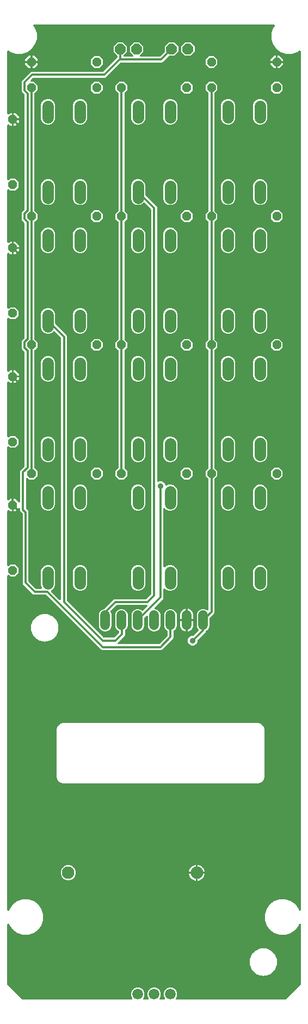
<source format=gbl>
G04 EAGLE Gerber RS-274X export*
G75*
%MOMM*%
%FSLAX34Y34*%
%LPD*%
%INBottom Copper*%
%IPPOS*%
%AMOC8*
5,1,8,0,0,1.08239X$1,22.5*%
G01*
G04 Define Apertures*
%ADD10P,1.54782X8X22.5*%
%ADD11P,1.54782X8X292.5*%
%ADD12C,1.790700*%
%ADD13C,1.950000*%
%ADD14C,1.524000*%
%ADD15P,1.54782X8X202.5*%
%ADD16C,1.676400*%
%ADD17P,1.81452X8X22.5*%
%ADD18C,0.304800*%
%ADD19C,0.914400*%
G36*
X205170Y11805D02*
X205670Y12148D01*
X205997Y12659D01*
X206098Y13257D01*
X205959Y13847D01*
X205824Y14040D01*
X204186Y17995D01*
X204186Y22137D01*
X205771Y25965D01*
X208701Y28895D01*
X212529Y30480D01*
X216671Y30480D01*
X220499Y28895D01*
X223429Y25965D01*
X225014Y22137D01*
X225014Y17995D01*
X223362Y14005D01*
X223212Y13780D01*
X223101Y13184D01*
X223231Y12591D01*
X223582Y12097D01*
X224098Y11778D01*
X224625Y11684D01*
X229975Y11684D01*
X230570Y11805D01*
X231070Y12148D01*
X231397Y12659D01*
X231498Y13257D01*
X231359Y13847D01*
X231224Y14040D01*
X229586Y17995D01*
X229586Y22137D01*
X231171Y25965D01*
X234101Y28895D01*
X237929Y30480D01*
X242071Y30480D01*
X245899Y28895D01*
X248829Y25965D01*
X250414Y22137D01*
X250414Y17995D01*
X248762Y14005D01*
X248612Y13780D01*
X248501Y13184D01*
X248631Y12591D01*
X248982Y12097D01*
X249498Y11778D01*
X250025Y11684D01*
X255375Y11684D01*
X255970Y11805D01*
X256470Y12148D01*
X256797Y12659D01*
X256898Y13257D01*
X256759Y13847D01*
X256624Y14040D01*
X254986Y17995D01*
X254986Y22137D01*
X256571Y25965D01*
X259501Y28895D01*
X263329Y30480D01*
X267471Y30480D01*
X271299Y28895D01*
X274229Y25965D01*
X275814Y22137D01*
X275814Y17995D01*
X274162Y14005D01*
X274012Y13780D01*
X273901Y13184D01*
X274031Y12591D01*
X274382Y12097D01*
X274898Y11778D01*
X275425Y11684D01*
X444529Y11684D01*
X445124Y11805D01*
X445607Y12130D01*
X467870Y34393D01*
X468205Y34899D01*
X468316Y35471D01*
X468316Y128534D01*
X468195Y129128D01*
X467852Y129628D01*
X467341Y129955D01*
X466743Y130057D01*
X466153Y129917D01*
X465664Y129559D01*
X465343Y129005D01*
X464808Y127360D01*
X459688Y120312D01*
X452640Y115192D01*
X444356Y112500D01*
X435644Y112500D01*
X427360Y115192D01*
X420312Y120312D01*
X415192Y127360D01*
X412500Y135644D01*
X412500Y144356D01*
X415192Y152640D01*
X420312Y159688D01*
X427360Y164808D01*
X435644Y167500D01*
X444356Y167500D01*
X452640Y164808D01*
X459688Y159688D01*
X464808Y152640D01*
X465343Y150995D01*
X465641Y150467D01*
X466122Y150098D01*
X466709Y149945D01*
X467309Y150033D01*
X467827Y150348D01*
X468181Y150840D01*
X468316Y151466D01*
X468316Y1486324D01*
X468195Y1486919D01*
X467852Y1487419D01*
X467341Y1487746D01*
X466743Y1487848D01*
X465896Y1487557D01*
X462640Y1485192D01*
X454356Y1482500D01*
X445644Y1482500D01*
X437360Y1485192D01*
X430312Y1490312D01*
X425192Y1497360D01*
X422500Y1505644D01*
X422500Y1514356D01*
X425192Y1522640D01*
X427557Y1525896D01*
X427809Y1526448D01*
X427826Y1527054D01*
X427605Y1527619D01*
X427181Y1528053D01*
X426324Y1528316D01*
X53676Y1528316D01*
X53081Y1528195D01*
X52581Y1527852D01*
X52254Y1527341D01*
X52152Y1526743D01*
X52443Y1525896D01*
X54808Y1522640D01*
X57500Y1514356D01*
X57500Y1505644D01*
X54808Y1497360D01*
X49688Y1490312D01*
X42640Y1485192D01*
X34356Y1482500D01*
X25644Y1482500D01*
X17360Y1485192D01*
X14104Y1487557D01*
X13552Y1487809D01*
X12946Y1487826D01*
X12381Y1487605D01*
X11947Y1487181D01*
X11684Y1486324D01*
X11684Y1389867D01*
X11805Y1389273D01*
X12148Y1388772D01*
X12659Y1388445D01*
X13257Y1388344D01*
X13847Y1388483D01*
X14286Y1388789D01*
X15986Y1390490D01*
X18476Y1390490D01*
X18476Y1371110D01*
X15986Y1371110D01*
X14286Y1372811D01*
X13780Y1373146D01*
X13184Y1373257D01*
X12591Y1373127D01*
X12097Y1372776D01*
X11778Y1372260D01*
X11684Y1371733D01*
X11684Y1287549D01*
X11805Y1286954D01*
X12148Y1286454D01*
X12659Y1286127D01*
X13257Y1286025D01*
X13847Y1286165D01*
X14286Y1286471D01*
X16197Y1288382D01*
X23803Y1288382D01*
X29182Y1283003D01*
X29182Y1275397D01*
X23803Y1270018D01*
X16197Y1270018D01*
X14286Y1271929D01*
X13780Y1272264D01*
X13184Y1272375D01*
X12591Y1272245D01*
X12097Y1271894D01*
X11778Y1271378D01*
X11684Y1270851D01*
X11684Y1189867D01*
X11805Y1189273D01*
X12148Y1188772D01*
X12659Y1188445D01*
X13257Y1188344D01*
X13847Y1188483D01*
X14286Y1188789D01*
X15986Y1190490D01*
X18476Y1190490D01*
X18476Y1171110D01*
X15986Y1171110D01*
X14286Y1172811D01*
X13780Y1173146D01*
X13184Y1173257D01*
X12591Y1173127D01*
X12097Y1172776D01*
X11778Y1172260D01*
X11684Y1171733D01*
X11684Y1087549D01*
X11805Y1086954D01*
X12148Y1086454D01*
X12659Y1086127D01*
X13257Y1086025D01*
X13847Y1086165D01*
X14286Y1086471D01*
X16197Y1088382D01*
X23803Y1088382D01*
X29182Y1083003D01*
X29182Y1075397D01*
X23803Y1070018D01*
X16197Y1070018D01*
X14286Y1071929D01*
X13780Y1072264D01*
X13184Y1072375D01*
X12591Y1072245D01*
X12097Y1071894D01*
X11778Y1071378D01*
X11684Y1070851D01*
X11684Y989867D01*
X11805Y989273D01*
X12148Y988772D01*
X12659Y988445D01*
X13257Y988344D01*
X13847Y988483D01*
X14286Y988789D01*
X15986Y990490D01*
X18476Y990490D01*
X18476Y971110D01*
X15986Y971110D01*
X14286Y972811D01*
X13780Y973146D01*
X13184Y973257D01*
X12591Y973127D01*
X12097Y972776D01*
X11778Y972260D01*
X11684Y971733D01*
X11684Y887549D01*
X11805Y886954D01*
X12148Y886454D01*
X12659Y886127D01*
X13257Y886025D01*
X13847Y886165D01*
X14286Y886471D01*
X16197Y888382D01*
X23803Y888382D01*
X29182Y883003D01*
X29182Y875397D01*
X23803Y870018D01*
X16197Y870018D01*
X14286Y871929D01*
X13780Y872264D01*
X13184Y872375D01*
X12591Y872245D01*
X12097Y871894D01*
X11778Y871378D01*
X11684Y870851D01*
X11684Y789867D01*
X11805Y789273D01*
X12148Y788772D01*
X12659Y788445D01*
X13257Y788344D01*
X13847Y788483D01*
X14286Y788789D01*
X15986Y790490D01*
X18476Y790490D01*
X18476Y771110D01*
X15986Y771110D01*
X14286Y772811D01*
X13780Y773146D01*
X13184Y773257D01*
X12591Y773127D01*
X12097Y772776D01*
X11778Y772260D01*
X11684Y771733D01*
X11684Y687549D01*
X11805Y686954D01*
X12148Y686454D01*
X12659Y686127D01*
X13257Y686025D01*
X13847Y686165D01*
X14286Y686471D01*
X16197Y688382D01*
X23803Y688382D01*
X29182Y683003D01*
X29182Y675397D01*
X23803Y670018D01*
X16197Y670018D01*
X14286Y671929D01*
X13780Y672264D01*
X13184Y672375D01*
X12591Y672245D01*
X12097Y671894D01*
X11778Y671378D01*
X11684Y670851D01*
X11684Y151466D01*
X11805Y150872D01*
X12148Y150372D01*
X12659Y150045D01*
X13257Y149943D01*
X13847Y150083D01*
X14336Y150442D01*
X14657Y150995D01*
X15192Y152640D01*
X20312Y159688D01*
X27360Y164808D01*
X35644Y167500D01*
X44356Y167500D01*
X52640Y164808D01*
X59688Y159688D01*
X64808Y152640D01*
X67500Y144356D01*
X67500Y135644D01*
X64808Y127360D01*
X59688Y120312D01*
X52640Y115192D01*
X44356Y112500D01*
X35644Y112500D01*
X27360Y115192D01*
X20312Y120312D01*
X15192Y127360D01*
X14657Y129005D01*
X14359Y129533D01*
X13878Y129902D01*
X13291Y130055D01*
X12691Y129967D01*
X12173Y129652D01*
X11819Y129160D01*
X11684Y128534D01*
X11684Y35471D01*
X11805Y34877D01*
X12130Y34393D01*
X34393Y12130D01*
X34899Y11795D01*
X35471Y11684D01*
X204575Y11684D01*
X205170Y11805D01*
G37*
%LPC*%
G36*
X159091Y555428D02*
X157410Y556124D01*
X72500Y641035D01*
X71994Y641370D01*
X71422Y641481D01*
X53134Y641481D01*
X51453Y642177D01*
X36220Y657410D01*
X35524Y659091D01*
X35524Y766800D01*
X35403Y767394D01*
X35078Y767878D01*
X32124Y770831D01*
X31428Y772512D01*
X31428Y774845D01*
X31307Y775439D01*
X30964Y775940D01*
X30453Y776267D01*
X29855Y776368D01*
X29265Y776229D01*
X28826Y775923D01*
X24014Y771110D01*
X21524Y771110D01*
X21524Y790490D01*
X24014Y790490D01*
X28826Y785677D01*
X29332Y785342D01*
X29928Y785231D01*
X30521Y785361D01*
X31015Y785712D01*
X31334Y786228D01*
X31428Y786755D01*
X31428Y832850D01*
X32124Y834530D01*
X38086Y840492D01*
X38421Y840998D01*
X38532Y841570D01*
X38532Y1018430D01*
X38411Y1019025D01*
X38086Y1019508D01*
X34618Y1022976D01*
X33922Y1024656D01*
X33922Y1035344D01*
X34618Y1037024D01*
X38086Y1040492D01*
X38421Y1040998D01*
X38532Y1041570D01*
X38532Y1218430D01*
X38411Y1219025D01*
X38086Y1219508D01*
X34618Y1222976D01*
X33922Y1224656D01*
X33922Y1235344D01*
X34618Y1237024D01*
X38086Y1240492D01*
X38421Y1240998D01*
X38532Y1241570D01*
X38532Y1418430D01*
X38411Y1419025D01*
X38086Y1419508D01*
X34618Y1422976D01*
X33922Y1424656D01*
X33922Y1439403D01*
X34618Y1441084D01*
X47410Y1453876D01*
X49091Y1454572D01*
X160175Y1454572D01*
X160769Y1454693D01*
X161253Y1455018D01*
X182282Y1476047D01*
X182617Y1476553D01*
X182728Y1477125D01*
X182728Y1479213D01*
X182607Y1479808D01*
X182282Y1480291D01*
X176886Y1485686D01*
X176886Y1494314D01*
X182986Y1500414D01*
X191614Y1500414D01*
X197714Y1494314D01*
X197714Y1485686D01*
X192851Y1480824D01*
X192516Y1480318D01*
X192405Y1479722D01*
X192535Y1479129D01*
X192886Y1478635D01*
X193402Y1478316D01*
X193929Y1478222D01*
X206071Y1478222D01*
X206666Y1478343D01*
X207166Y1478686D01*
X207493Y1479197D01*
X207594Y1479795D01*
X207455Y1480385D01*
X207149Y1480824D01*
X202286Y1485686D01*
X202286Y1494314D01*
X208386Y1500414D01*
X217014Y1500414D01*
X223114Y1494314D01*
X223114Y1485686D01*
X218251Y1480824D01*
X217916Y1480318D01*
X217805Y1479722D01*
X217935Y1479129D01*
X218286Y1478635D01*
X218802Y1478316D01*
X219329Y1478222D01*
X248425Y1478222D01*
X249019Y1478343D01*
X249503Y1478668D01*
X256440Y1485605D01*
X256775Y1486111D01*
X256886Y1486683D01*
X256886Y1494314D01*
X262986Y1500414D01*
X271614Y1500414D01*
X277714Y1494314D01*
X277714Y1485686D01*
X271614Y1479586D01*
X263983Y1479586D01*
X263389Y1479465D01*
X262905Y1479140D01*
X253540Y1469774D01*
X251859Y1469078D01*
X188875Y1469078D01*
X188281Y1468957D01*
X187797Y1468632D01*
X165290Y1446124D01*
X163609Y1445428D01*
X52525Y1445428D01*
X51931Y1445307D01*
X51447Y1444982D01*
X48249Y1441784D01*
X47914Y1441278D01*
X47803Y1440682D01*
X47933Y1440089D01*
X48284Y1439595D01*
X48800Y1439276D01*
X49327Y1439182D01*
X53003Y1439182D01*
X58382Y1433803D01*
X58382Y1426197D01*
X54218Y1422033D01*
X53883Y1421527D01*
X53772Y1420955D01*
X53772Y1239045D01*
X53893Y1238450D01*
X54218Y1237967D01*
X58382Y1233803D01*
X58382Y1226197D01*
X54218Y1222033D01*
X53883Y1221527D01*
X53772Y1220955D01*
X53772Y1039045D01*
X53893Y1038450D01*
X54218Y1037967D01*
X58382Y1033803D01*
X58382Y1026197D01*
X54218Y1022033D01*
X53883Y1021527D01*
X53772Y1020955D01*
X53772Y839045D01*
X53893Y838450D01*
X54218Y837967D01*
X58382Y833803D01*
X58382Y826197D01*
X53003Y820818D01*
X45397Y820818D01*
X43174Y823041D01*
X42668Y823376D01*
X42072Y823487D01*
X41479Y823357D01*
X40985Y823006D01*
X40666Y822490D01*
X40572Y821963D01*
X40572Y775946D01*
X40693Y775352D01*
X41018Y774868D01*
X43972Y771915D01*
X44668Y770234D01*
X44668Y662525D01*
X44789Y661931D01*
X45114Y661447D01*
X55490Y651071D01*
X55996Y650736D01*
X56568Y650625D01*
X64224Y650625D01*
X64819Y650746D01*
X65319Y651089D01*
X65646Y651600D01*
X65748Y652198D01*
X65632Y652732D01*
X64123Y656377D01*
X64123Y678655D01*
X65795Y682692D01*
X68885Y685783D01*
X72923Y687455D01*
X77293Y687455D01*
X81331Y685783D01*
X84421Y682692D01*
X86094Y678655D01*
X86094Y656377D01*
X84421Y652340D01*
X81331Y649249D01*
X80529Y648917D01*
X80026Y648578D01*
X79695Y648070D01*
X79588Y647473D01*
X79723Y646881D01*
X80034Y646432D01*
X92826Y633639D01*
X93332Y633304D01*
X93928Y633193D01*
X94521Y633323D01*
X95015Y633674D01*
X95334Y634190D01*
X95428Y634717D01*
X95428Y1040099D01*
X95307Y1040693D01*
X94982Y1041177D01*
X85197Y1050961D01*
X84692Y1051296D01*
X84096Y1051407D01*
X83503Y1051277D01*
X83042Y1050961D01*
X81331Y1049249D01*
X77293Y1047577D01*
X72923Y1047577D01*
X68885Y1049249D01*
X65795Y1052340D01*
X64123Y1056377D01*
X64123Y1078655D01*
X65795Y1082692D01*
X68885Y1085783D01*
X72923Y1087455D01*
X77293Y1087455D01*
X81331Y1085783D01*
X84421Y1082692D01*
X86094Y1078655D01*
X86094Y1063628D01*
X86214Y1063033D01*
X86540Y1062550D01*
X103876Y1045214D01*
X104572Y1043533D01*
X104572Y632525D01*
X104693Y631931D01*
X105018Y631447D01*
X161447Y575018D01*
X161953Y574683D01*
X162525Y574572D01*
X177475Y574572D01*
X178069Y574693D01*
X178553Y575018D01*
X184982Y581447D01*
X185317Y581953D01*
X185428Y582525D01*
X185428Y584289D01*
X185307Y584883D01*
X184964Y585384D01*
X184487Y585697D01*
X183733Y586009D01*
X181017Y588725D01*
X179548Y592272D01*
X179548Y611352D01*
X181017Y614899D01*
X183733Y617615D01*
X187280Y619084D01*
X191120Y619084D01*
X194667Y617615D01*
X197383Y614899D01*
X198852Y611352D01*
X198852Y592272D01*
X197383Y588725D01*
X195018Y586360D01*
X194683Y585855D01*
X194572Y585283D01*
X194572Y579091D01*
X193876Y577410D01*
X183639Y567174D01*
X183304Y566668D01*
X183193Y566072D01*
X183323Y565479D01*
X183674Y564985D01*
X184190Y564666D01*
X184717Y564572D01*
X247475Y564572D01*
X248069Y564693D01*
X248553Y565018D01*
X260382Y576847D01*
X260717Y577353D01*
X260828Y577925D01*
X260828Y584620D01*
X260707Y585215D01*
X260364Y585715D01*
X259965Y585977D01*
X257217Y588725D01*
X255748Y592272D01*
X255748Y611352D01*
X257217Y614899D01*
X259933Y617615D01*
X263480Y619084D01*
X267320Y619084D01*
X270867Y617615D01*
X273583Y614899D01*
X275052Y611352D01*
X275052Y592272D01*
X273583Y588725D01*
X270831Y585973D01*
X270410Y585689D01*
X270079Y585181D01*
X269972Y584620D01*
X269972Y574491D01*
X269276Y572810D01*
X252590Y556124D01*
X250909Y555428D01*
X159091Y555428D01*
G37*
G36*
X288386Y1479586D02*
X282286Y1485686D01*
X282286Y1494314D01*
X288386Y1500414D01*
X297014Y1500414D01*
X303114Y1494314D01*
X303114Y1485686D01*
X297014Y1479586D01*
X288386Y1479586D01*
G37*
G36*
X39510Y1471524D02*
X39510Y1474014D01*
X45186Y1479690D01*
X47676Y1479690D01*
X47676Y1471524D01*
X39510Y1471524D01*
G37*
G36*
X421110Y1471524D02*
X421110Y1474014D01*
X426786Y1479690D01*
X429276Y1479690D01*
X429276Y1471524D01*
X421110Y1471524D01*
G37*
G36*
X432324Y1471524D02*
X432324Y1479690D01*
X434814Y1479690D01*
X440490Y1474014D01*
X440490Y1471524D01*
X432324Y1471524D01*
G37*
G36*
X50724Y1471524D02*
X50724Y1479690D01*
X53214Y1479690D01*
X58890Y1474014D01*
X58890Y1471524D01*
X50724Y1471524D01*
G37*
G36*
X146997Y1460818D02*
X141618Y1466197D01*
X141618Y1473803D01*
X146997Y1479182D01*
X154603Y1479182D01*
X159982Y1473803D01*
X159982Y1466197D01*
X154603Y1460818D01*
X146997Y1460818D01*
G37*
G36*
X325397Y1460818D02*
X320018Y1466197D01*
X320018Y1473803D01*
X325397Y1479182D01*
X333003Y1479182D01*
X338382Y1473803D01*
X338382Y1466197D01*
X333003Y1460818D01*
X325397Y1460818D01*
G37*
G36*
X432324Y1460310D02*
X432324Y1468476D01*
X440490Y1468476D01*
X440490Y1465986D01*
X434814Y1460310D01*
X432324Y1460310D01*
G37*
G36*
X426786Y1460310D02*
X421110Y1465986D01*
X421110Y1468476D01*
X429276Y1468476D01*
X429276Y1460310D01*
X426786Y1460310D01*
G37*
G36*
X50724Y1460310D02*
X50724Y1468476D01*
X58890Y1468476D01*
X58890Y1465986D01*
X53214Y1460310D01*
X50724Y1460310D01*
G37*
G36*
X45186Y1460310D02*
X39510Y1465986D01*
X39510Y1468476D01*
X47676Y1468476D01*
X47676Y1460310D01*
X45186Y1460310D01*
G37*
G36*
X146997Y1420818D02*
X141618Y1426197D01*
X141618Y1433803D01*
X146997Y1439182D01*
X154603Y1439182D01*
X159982Y1433803D01*
X159982Y1426197D01*
X154603Y1420818D01*
X146997Y1420818D01*
G37*
G36*
X426997Y1420818D02*
X421618Y1426197D01*
X421618Y1433803D01*
X426997Y1439182D01*
X434603Y1439182D01*
X439982Y1433803D01*
X439982Y1426197D01*
X434603Y1420818D01*
X426997Y1420818D01*
G37*
G36*
X185397Y820818D02*
X180018Y826197D01*
X180018Y833803D01*
X184182Y837967D01*
X184517Y838473D01*
X184628Y839045D01*
X184628Y1020955D01*
X184507Y1021550D01*
X184182Y1022033D01*
X180018Y1026197D01*
X180018Y1033803D01*
X184182Y1037967D01*
X184517Y1038473D01*
X184628Y1039045D01*
X184628Y1220955D01*
X184507Y1221550D01*
X184182Y1222033D01*
X180018Y1226197D01*
X180018Y1233803D01*
X184182Y1237967D01*
X184517Y1238473D01*
X184628Y1239045D01*
X184628Y1420955D01*
X184507Y1421550D01*
X184182Y1422033D01*
X180018Y1426197D01*
X180018Y1433803D01*
X185397Y1439182D01*
X193003Y1439182D01*
X198382Y1433803D01*
X198382Y1426197D01*
X194218Y1422033D01*
X193883Y1421527D01*
X193772Y1420955D01*
X193772Y1239045D01*
X193893Y1238450D01*
X194218Y1237967D01*
X198382Y1233803D01*
X198382Y1226197D01*
X194218Y1222033D01*
X193883Y1221527D01*
X193772Y1220955D01*
X193772Y1039045D01*
X193893Y1038450D01*
X194218Y1037967D01*
X198382Y1033803D01*
X198382Y1026197D01*
X194218Y1022033D01*
X193883Y1021527D01*
X193772Y1020955D01*
X193772Y839045D01*
X193893Y838450D01*
X194218Y837967D01*
X198382Y833803D01*
X198382Y826197D01*
X193003Y820818D01*
X185397Y820818D01*
G37*
G36*
X298484Y562380D02*
X295684Y563540D01*
X293540Y565684D01*
X292380Y568484D01*
X292380Y571516D01*
X293540Y574316D01*
X295684Y576460D01*
X298484Y577620D01*
X300523Y577620D01*
X301117Y577741D01*
X301601Y578066D01*
X309061Y585526D01*
X309395Y586032D01*
X309507Y586628D01*
X309377Y587221D01*
X309061Y587682D01*
X308017Y588725D01*
X306548Y592272D01*
X306548Y611352D01*
X308017Y614899D01*
X310733Y617615D01*
X314280Y619084D01*
X318120Y619084D01*
X321667Y617615D01*
X322026Y617256D01*
X322532Y616921D01*
X323128Y616809D01*
X323721Y616940D01*
X324215Y617291D01*
X324534Y617807D01*
X324628Y618333D01*
X324628Y820955D01*
X324507Y821550D01*
X324182Y822033D01*
X320018Y826197D01*
X320018Y833803D01*
X324182Y837967D01*
X324517Y838473D01*
X324628Y839045D01*
X324628Y1020955D01*
X324507Y1021550D01*
X324182Y1022033D01*
X320018Y1026197D01*
X320018Y1033803D01*
X324182Y1037967D01*
X324517Y1038473D01*
X324628Y1039045D01*
X324628Y1220955D01*
X324507Y1221550D01*
X324182Y1222033D01*
X320018Y1226197D01*
X320018Y1233803D01*
X324182Y1237967D01*
X324517Y1238473D01*
X324628Y1239045D01*
X324628Y1420955D01*
X324507Y1421550D01*
X324182Y1422033D01*
X320018Y1426197D01*
X320018Y1433803D01*
X325397Y1439182D01*
X333003Y1439182D01*
X338382Y1433803D01*
X338382Y1426197D01*
X334218Y1422033D01*
X333883Y1421527D01*
X333772Y1420955D01*
X333772Y1239045D01*
X333893Y1238450D01*
X334218Y1237967D01*
X338382Y1233803D01*
X338382Y1226197D01*
X334218Y1222033D01*
X333883Y1221527D01*
X333772Y1220955D01*
X333772Y1039045D01*
X333893Y1038450D01*
X334218Y1037967D01*
X338382Y1033803D01*
X338382Y1026197D01*
X334218Y1022033D01*
X333883Y1021527D01*
X333772Y1020955D01*
X333772Y839045D01*
X333893Y838450D01*
X334218Y837967D01*
X338382Y833803D01*
X338382Y826197D01*
X334218Y822033D01*
X333883Y821527D01*
X333772Y820955D01*
X333772Y613903D01*
X333076Y612222D01*
X326298Y605445D01*
X325963Y604939D01*
X325852Y604367D01*
X325852Y592272D01*
X324383Y588725D01*
X321667Y586009D01*
X321529Y585952D01*
X321026Y585613D01*
X320704Y585127D01*
X320076Y583610D01*
X308066Y571601D01*
X307731Y571095D01*
X307620Y570523D01*
X307620Y568484D01*
X306460Y565684D01*
X304316Y563540D01*
X301516Y562380D01*
X298484Y562380D01*
G37*
G36*
X286997Y1420818D02*
X281618Y1426197D01*
X281618Y1433803D01*
X286997Y1439182D01*
X294603Y1439182D01*
X299982Y1433803D01*
X299982Y1426197D01*
X294603Y1420818D01*
X286997Y1420818D01*
G37*
G36*
X402707Y1372545D02*
X398669Y1374217D01*
X395579Y1377308D01*
X393907Y1381345D01*
X393907Y1403623D01*
X395579Y1407660D01*
X398669Y1410751D01*
X402707Y1412423D01*
X407077Y1412423D01*
X411115Y1410751D01*
X414205Y1407660D01*
X415878Y1403623D01*
X415878Y1381345D01*
X414205Y1377308D01*
X411115Y1374217D01*
X407077Y1372545D01*
X402707Y1372545D01*
G37*
G36*
X262707Y1372545D02*
X258669Y1374217D01*
X255579Y1377308D01*
X253907Y1381345D01*
X253907Y1403623D01*
X255579Y1407660D01*
X258669Y1410751D01*
X262707Y1412423D01*
X267077Y1412423D01*
X271115Y1410751D01*
X274205Y1407660D01*
X275878Y1403623D01*
X275878Y1381345D01*
X274205Y1377308D01*
X271115Y1374217D01*
X267077Y1372545D01*
X262707Y1372545D01*
G37*
G36*
X72923Y1372545D02*
X68885Y1374217D01*
X65795Y1377308D01*
X64123Y1381345D01*
X64123Y1403623D01*
X65795Y1407660D01*
X68885Y1410751D01*
X72923Y1412423D01*
X77293Y1412423D01*
X81331Y1410751D01*
X84421Y1407660D01*
X86094Y1403623D01*
X86094Y1381345D01*
X84421Y1377308D01*
X81331Y1374217D01*
X77293Y1372545D01*
X72923Y1372545D01*
G37*
G36*
X122707Y1372545D02*
X118669Y1374217D01*
X115579Y1377308D01*
X113907Y1381345D01*
X113907Y1403623D01*
X115579Y1407660D01*
X118669Y1410751D01*
X122707Y1412423D01*
X127077Y1412423D01*
X131115Y1410751D01*
X134205Y1407660D01*
X135878Y1403623D01*
X135878Y1381345D01*
X134205Y1377308D01*
X131115Y1374217D01*
X127077Y1372545D01*
X122707Y1372545D01*
G37*
G36*
X212923Y1372545D02*
X208885Y1374217D01*
X205795Y1377308D01*
X204123Y1381345D01*
X204123Y1403623D01*
X205795Y1407660D01*
X208885Y1410751D01*
X212923Y1412423D01*
X217293Y1412423D01*
X221331Y1410751D01*
X224421Y1407660D01*
X226094Y1403623D01*
X226094Y1381345D01*
X224421Y1377308D01*
X221331Y1374217D01*
X217293Y1372545D01*
X212923Y1372545D01*
G37*
G36*
X352923Y1372545D02*
X348885Y1374217D01*
X345795Y1377308D01*
X344123Y1381345D01*
X344123Y1403623D01*
X345795Y1407660D01*
X348885Y1410751D01*
X352923Y1412423D01*
X357293Y1412423D01*
X361331Y1410751D01*
X364421Y1407660D01*
X366094Y1403623D01*
X366094Y1381345D01*
X364421Y1377308D01*
X361331Y1374217D01*
X357293Y1372545D01*
X352923Y1372545D01*
G37*
G36*
X21524Y1382324D02*
X21524Y1390490D01*
X24014Y1390490D01*
X29690Y1384814D01*
X29690Y1382324D01*
X21524Y1382324D01*
G37*
G36*
X21524Y1371110D02*
X21524Y1379276D01*
X29690Y1379276D01*
X29690Y1376786D01*
X24014Y1371110D01*
X21524Y1371110D01*
G37*
G36*
X262707Y1247577D02*
X258669Y1249249D01*
X255579Y1252340D01*
X253907Y1256377D01*
X253907Y1278655D01*
X255579Y1282692D01*
X258669Y1285783D01*
X262707Y1287455D01*
X267077Y1287455D01*
X271115Y1285783D01*
X274205Y1282692D01*
X275878Y1278655D01*
X275878Y1256377D01*
X274205Y1252340D01*
X271115Y1249249D01*
X267077Y1247577D01*
X262707Y1247577D01*
G37*
G36*
X72923Y1247577D02*
X68885Y1249249D01*
X65795Y1252340D01*
X64123Y1256377D01*
X64123Y1278655D01*
X65795Y1282692D01*
X68885Y1285783D01*
X72923Y1287455D01*
X77293Y1287455D01*
X81331Y1285783D01*
X84421Y1282692D01*
X86094Y1278655D01*
X86094Y1256377D01*
X84421Y1252340D01*
X81331Y1249249D01*
X77293Y1247577D01*
X72923Y1247577D01*
G37*
G36*
X352923Y1247577D02*
X348885Y1249249D01*
X345795Y1252340D01*
X344123Y1256377D01*
X344123Y1278655D01*
X345795Y1282692D01*
X348885Y1285783D01*
X352923Y1287455D01*
X357293Y1287455D01*
X361331Y1285783D01*
X364421Y1282692D01*
X366094Y1278655D01*
X366094Y1256377D01*
X364421Y1252340D01*
X361331Y1249249D01*
X357293Y1247577D01*
X352923Y1247577D01*
G37*
G36*
X402707Y1247577D02*
X398669Y1249249D01*
X395579Y1252340D01*
X393907Y1256377D01*
X393907Y1278655D01*
X395579Y1282692D01*
X398669Y1285783D01*
X402707Y1287455D01*
X407077Y1287455D01*
X411115Y1285783D01*
X414205Y1282692D01*
X415878Y1278655D01*
X415878Y1256377D01*
X414205Y1252340D01*
X411115Y1249249D01*
X407077Y1247577D01*
X402707Y1247577D01*
G37*
G36*
X122707Y1247577D02*
X118669Y1249249D01*
X115579Y1252340D01*
X113907Y1256377D01*
X113907Y1278655D01*
X115579Y1282692D01*
X118669Y1285783D01*
X122707Y1287455D01*
X127077Y1287455D01*
X131115Y1285783D01*
X134205Y1282692D01*
X135878Y1278655D01*
X135878Y1256377D01*
X134205Y1252340D01*
X131115Y1249249D01*
X127077Y1247577D01*
X122707Y1247577D01*
G37*
G36*
X161880Y584540D02*
X158333Y586009D01*
X155617Y588725D01*
X154148Y592272D01*
X154148Y611352D01*
X155617Y614899D01*
X158333Y617615D01*
X161880Y619084D01*
X161987Y619084D01*
X162581Y619205D01*
X163065Y619530D01*
X177410Y633876D01*
X179091Y634572D01*
X227475Y634572D01*
X228069Y634693D01*
X228553Y635018D01*
X234982Y641447D01*
X235317Y641953D01*
X235428Y642525D01*
X235428Y1240099D01*
X235307Y1240693D01*
X234982Y1241177D01*
X225197Y1250961D01*
X224692Y1251296D01*
X224096Y1251407D01*
X223503Y1251277D01*
X223042Y1250961D01*
X221331Y1249249D01*
X217293Y1247577D01*
X212923Y1247577D01*
X208885Y1249249D01*
X205795Y1252340D01*
X204123Y1256377D01*
X204123Y1278655D01*
X205795Y1282692D01*
X208885Y1285783D01*
X212923Y1287455D01*
X217293Y1287455D01*
X221331Y1285783D01*
X224421Y1282692D01*
X226094Y1278655D01*
X226094Y1263628D01*
X226214Y1263033D01*
X226540Y1262550D01*
X243876Y1245214D01*
X244572Y1243533D01*
X244572Y818280D01*
X244693Y817686D01*
X245036Y817186D01*
X245547Y816859D01*
X246145Y816757D01*
X246679Y816872D01*
X248484Y817620D01*
X251516Y817620D01*
X254316Y816460D01*
X256460Y814316D01*
X257461Y811900D01*
X257800Y811397D01*
X258308Y811066D01*
X258905Y810959D01*
X259452Y811075D01*
X262707Y812423D01*
X267077Y812423D01*
X271115Y810751D01*
X274205Y807660D01*
X275878Y803623D01*
X275878Y781345D01*
X274205Y777308D01*
X271115Y774217D01*
X267077Y772545D01*
X262707Y772545D01*
X258669Y774217D01*
X257174Y775713D01*
X256668Y776048D01*
X256072Y776159D01*
X255479Y776029D01*
X254985Y775678D01*
X254666Y775162D01*
X254572Y774635D01*
X254572Y685365D01*
X254693Y684770D01*
X255036Y684270D01*
X255547Y683943D01*
X256145Y683841D01*
X256735Y683981D01*
X257174Y684287D01*
X258669Y685783D01*
X262707Y687455D01*
X267077Y687455D01*
X271115Y685783D01*
X274205Y682692D01*
X275878Y678655D01*
X275878Y656377D01*
X274205Y652340D01*
X271115Y649249D01*
X267077Y647577D01*
X262707Y647577D01*
X258669Y649249D01*
X257174Y650745D01*
X256668Y651080D01*
X256072Y651191D01*
X255479Y651061D01*
X254985Y650710D01*
X254666Y650194D01*
X254572Y649667D01*
X254572Y636303D01*
X253876Y634622D01*
X240939Y621686D01*
X240604Y621180D01*
X240493Y620584D01*
X240623Y619991D01*
X240974Y619497D01*
X241490Y619178D01*
X241846Y619114D01*
X245467Y617615D01*
X248183Y614899D01*
X249652Y611352D01*
X249652Y592272D01*
X248183Y588725D01*
X245467Y586009D01*
X241920Y584540D01*
X238080Y584540D01*
X234533Y586009D01*
X231817Y588725D01*
X230348Y592272D01*
X230348Y607415D01*
X230227Y608009D01*
X229884Y608510D01*
X229373Y608837D01*
X228775Y608938D01*
X228185Y608799D01*
X227746Y608493D01*
X224698Y605445D01*
X224363Y604939D01*
X224252Y604367D01*
X224252Y592272D01*
X222783Y588725D01*
X220067Y586009D01*
X216520Y584540D01*
X212680Y584540D01*
X209133Y586009D01*
X206417Y588725D01*
X204948Y592272D01*
X204948Y611352D01*
X206417Y614899D01*
X209133Y617615D01*
X212680Y619084D01*
X216520Y619084D01*
X220067Y617615D01*
X220925Y616758D01*
X221430Y616423D01*
X222026Y616311D01*
X222619Y616442D01*
X223080Y616758D01*
X229149Y622826D01*
X229484Y623332D01*
X229595Y623928D01*
X229465Y624521D01*
X229114Y625015D01*
X228598Y625334D01*
X228071Y625428D01*
X182525Y625428D01*
X181931Y625307D01*
X181447Y624982D01*
X172522Y616056D01*
X172187Y615550D01*
X172076Y614954D01*
X172191Y614395D01*
X173452Y611352D01*
X173452Y592272D01*
X171983Y588725D01*
X169267Y586009D01*
X165720Y584540D01*
X161880Y584540D01*
G37*
G36*
X146997Y1220818D02*
X141618Y1226197D01*
X141618Y1233803D01*
X146997Y1239182D01*
X154603Y1239182D01*
X159982Y1233803D01*
X159982Y1226197D01*
X154603Y1220818D01*
X146997Y1220818D01*
G37*
G36*
X426997Y1220818D02*
X421618Y1226197D01*
X421618Y1233803D01*
X426997Y1239182D01*
X434603Y1239182D01*
X439982Y1233803D01*
X439982Y1226197D01*
X434603Y1220818D01*
X426997Y1220818D01*
G37*
G36*
X286997Y1220818D02*
X281618Y1226197D01*
X281618Y1233803D01*
X286997Y1239182D01*
X294603Y1239182D01*
X299982Y1233803D01*
X299982Y1226197D01*
X294603Y1220818D01*
X286997Y1220818D01*
G37*
G36*
X122707Y1172545D02*
X118669Y1174217D01*
X115579Y1177308D01*
X113907Y1181345D01*
X113907Y1203623D01*
X115579Y1207660D01*
X118669Y1210751D01*
X122707Y1212423D01*
X127077Y1212423D01*
X131115Y1210751D01*
X134205Y1207660D01*
X135878Y1203623D01*
X135878Y1181345D01*
X134205Y1177308D01*
X131115Y1174217D01*
X127077Y1172545D01*
X122707Y1172545D01*
G37*
G36*
X72923Y1172545D02*
X68885Y1174217D01*
X65795Y1177308D01*
X64123Y1181345D01*
X64123Y1203623D01*
X65795Y1207660D01*
X68885Y1210751D01*
X72923Y1212423D01*
X77293Y1212423D01*
X81331Y1210751D01*
X84421Y1207660D01*
X86094Y1203623D01*
X86094Y1181345D01*
X84421Y1177308D01*
X81331Y1174217D01*
X77293Y1172545D01*
X72923Y1172545D01*
G37*
G36*
X212923Y1172545D02*
X208885Y1174217D01*
X205795Y1177308D01*
X204123Y1181345D01*
X204123Y1203623D01*
X205795Y1207660D01*
X208885Y1210751D01*
X212923Y1212423D01*
X217293Y1212423D01*
X221331Y1210751D01*
X224421Y1207660D01*
X226094Y1203623D01*
X226094Y1181345D01*
X224421Y1177308D01*
X221331Y1174217D01*
X217293Y1172545D01*
X212923Y1172545D01*
G37*
G36*
X262707Y1172545D02*
X258669Y1174217D01*
X255579Y1177308D01*
X253907Y1181345D01*
X253907Y1203623D01*
X255579Y1207660D01*
X258669Y1210751D01*
X262707Y1212423D01*
X267077Y1212423D01*
X271115Y1210751D01*
X274205Y1207660D01*
X275878Y1203623D01*
X275878Y1181345D01*
X274205Y1177308D01*
X271115Y1174217D01*
X267077Y1172545D01*
X262707Y1172545D01*
G37*
G36*
X352923Y1172545D02*
X348885Y1174217D01*
X345795Y1177308D01*
X344123Y1181345D01*
X344123Y1203623D01*
X345795Y1207660D01*
X348885Y1210751D01*
X352923Y1212423D01*
X357293Y1212423D01*
X361331Y1210751D01*
X364421Y1207660D01*
X366094Y1203623D01*
X366094Y1181345D01*
X364421Y1177308D01*
X361331Y1174217D01*
X357293Y1172545D01*
X352923Y1172545D01*
G37*
G36*
X402707Y1172545D02*
X398669Y1174217D01*
X395579Y1177308D01*
X393907Y1181345D01*
X393907Y1203623D01*
X395579Y1207660D01*
X398669Y1210751D01*
X402707Y1212423D01*
X407077Y1212423D01*
X411115Y1210751D01*
X414205Y1207660D01*
X415878Y1203623D01*
X415878Y1181345D01*
X414205Y1177308D01*
X411115Y1174217D01*
X407077Y1172545D01*
X402707Y1172545D01*
G37*
G36*
X21524Y1182324D02*
X21524Y1190490D01*
X24014Y1190490D01*
X29690Y1184814D01*
X29690Y1182324D01*
X21524Y1182324D01*
G37*
G36*
X21524Y1171110D02*
X21524Y1179276D01*
X29690Y1179276D01*
X29690Y1176786D01*
X24014Y1171110D01*
X21524Y1171110D01*
G37*
G36*
X402707Y1047577D02*
X398669Y1049249D01*
X395579Y1052340D01*
X393907Y1056377D01*
X393907Y1078655D01*
X395579Y1082692D01*
X398669Y1085783D01*
X402707Y1087455D01*
X407077Y1087455D01*
X411115Y1085783D01*
X414205Y1082692D01*
X415878Y1078655D01*
X415878Y1056377D01*
X414205Y1052340D01*
X411115Y1049249D01*
X407077Y1047577D01*
X402707Y1047577D01*
G37*
G36*
X352923Y1047577D02*
X348885Y1049249D01*
X345795Y1052340D01*
X344123Y1056377D01*
X344123Y1078655D01*
X345795Y1082692D01*
X348885Y1085783D01*
X352923Y1087455D01*
X357293Y1087455D01*
X361331Y1085783D01*
X364421Y1082692D01*
X366094Y1078655D01*
X366094Y1056377D01*
X364421Y1052340D01*
X361331Y1049249D01*
X357293Y1047577D01*
X352923Y1047577D01*
G37*
G36*
X262707Y1047577D02*
X258669Y1049249D01*
X255579Y1052340D01*
X253907Y1056377D01*
X253907Y1078655D01*
X255579Y1082692D01*
X258669Y1085783D01*
X262707Y1087455D01*
X267077Y1087455D01*
X271115Y1085783D01*
X274205Y1082692D01*
X275878Y1078655D01*
X275878Y1056377D01*
X274205Y1052340D01*
X271115Y1049249D01*
X267077Y1047577D01*
X262707Y1047577D01*
G37*
G36*
X212923Y1047577D02*
X208885Y1049249D01*
X205795Y1052340D01*
X204123Y1056377D01*
X204123Y1078655D01*
X205795Y1082692D01*
X208885Y1085783D01*
X212923Y1087455D01*
X217293Y1087455D01*
X221331Y1085783D01*
X224421Y1082692D01*
X226094Y1078655D01*
X226094Y1056377D01*
X224421Y1052340D01*
X221331Y1049249D01*
X217293Y1047577D01*
X212923Y1047577D01*
G37*
G36*
X122707Y1047577D02*
X118669Y1049249D01*
X115579Y1052340D01*
X113907Y1056377D01*
X113907Y1078655D01*
X115579Y1082692D01*
X118669Y1085783D01*
X122707Y1087455D01*
X127077Y1087455D01*
X131115Y1085783D01*
X134205Y1082692D01*
X135878Y1078655D01*
X135878Y1056377D01*
X134205Y1052340D01*
X131115Y1049249D01*
X127077Y1047577D01*
X122707Y1047577D01*
G37*
G36*
X286997Y1020818D02*
X281618Y1026197D01*
X281618Y1033803D01*
X286997Y1039182D01*
X294603Y1039182D01*
X299982Y1033803D01*
X299982Y1026197D01*
X294603Y1020818D01*
X286997Y1020818D01*
G37*
G36*
X146997Y1020818D02*
X141618Y1026197D01*
X141618Y1033803D01*
X146997Y1039182D01*
X154603Y1039182D01*
X159982Y1033803D01*
X159982Y1026197D01*
X154603Y1020818D01*
X146997Y1020818D01*
G37*
G36*
X426997Y1020818D02*
X421618Y1026197D01*
X421618Y1033803D01*
X426997Y1039182D01*
X434603Y1039182D01*
X439982Y1033803D01*
X439982Y1026197D01*
X434603Y1020818D01*
X426997Y1020818D01*
G37*
G36*
X402707Y972851D02*
X398669Y974523D01*
X395579Y977614D01*
X393907Y981651D01*
X393907Y1003929D01*
X395579Y1007966D01*
X398669Y1011057D01*
X402707Y1012729D01*
X407077Y1012729D01*
X411115Y1011057D01*
X414205Y1007966D01*
X415878Y1003929D01*
X415878Y981651D01*
X414205Y977614D01*
X411115Y974523D01*
X407077Y972851D01*
X402707Y972851D01*
G37*
G36*
X352923Y972851D02*
X348885Y974523D01*
X345795Y977614D01*
X344123Y981651D01*
X344123Y1003929D01*
X345795Y1007966D01*
X348885Y1011057D01*
X352923Y1012729D01*
X357293Y1012729D01*
X361331Y1011057D01*
X364421Y1007966D01*
X366094Y1003929D01*
X366094Y981651D01*
X364421Y977614D01*
X361331Y974523D01*
X357293Y972851D01*
X352923Y972851D01*
G37*
G36*
X262707Y972545D02*
X258669Y974217D01*
X255579Y977308D01*
X253907Y981345D01*
X253907Y1003623D01*
X255579Y1007660D01*
X258669Y1010751D01*
X262707Y1012423D01*
X267077Y1012423D01*
X271115Y1010751D01*
X274205Y1007660D01*
X275878Y1003623D01*
X275878Y981345D01*
X274205Y977308D01*
X271115Y974217D01*
X267077Y972545D01*
X262707Y972545D01*
G37*
G36*
X212923Y972545D02*
X208885Y974217D01*
X205795Y977308D01*
X204123Y981345D01*
X204123Y1003623D01*
X205795Y1007660D01*
X208885Y1010751D01*
X212923Y1012423D01*
X217293Y1012423D01*
X221331Y1010751D01*
X224421Y1007660D01*
X226094Y1003623D01*
X226094Y981345D01*
X224421Y977308D01*
X221331Y974217D01*
X217293Y972545D01*
X212923Y972545D01*
G37*
G36*
X72923Y972545D02*
X68885Y974217D01*
X65795Y977308D01*
X64123Y981345D01*
X64123Y1003623D01*
X65795Y1007660D01*
X68885Y1010751D01*
X72923Y1012423D01*
X77293Y1012423D01*
X81331Y1010751D01*
X84421Y1007660D01*
X86094Y1003623D01*
X86094Y981345D01*
X84421Y977308D01*
X81331Y974217D01*
X77293Y972545D01*
X72923Y972545D01*
G37*
G36*
X122707Y972545D02*
X118669Y974217D01*
X115579Y977308D01*
X113907Y981345D01*
X113907Y1003623D01*
X115579Y1007660D01*
X118669Y1010751D01*
X122707Y1012423D01*
X127077Y1012423D01*
X131115Y1010751D01*
X134205Y1007660D01*
X135878Y1003623D01*
X135878Y981345D01*
X134205Y977308D01*
X131115Y974217D01*
X127077Y972545D01*
X122707Y972545D01*
G37*
G36*
X21524Y982324D02*
X21524Y990490D01*
X24014Y990490D01*
X29690Y984814D01*
X29690Y982324D01*
X21524Y982324D01*
G37*
G36*
X21524Y971110D02*
X21524Y979276D01*
X29690Y979276D01*
X29690Y976786D01*
X24014Y971110D01*
X21524Y971110D01*
G37*
G36*
X352923Y847883D02*
X348885Y849555D01*
X345795Y852646D01*
X344123Y856683D01*
X344123Y878961D01*
X345795Y882998D01*
X348885Y886089D01*
X352923Y887761D01*
X357293Y887761D01*
X361331Y886089D01*
X364421Y882998D01*
X366094Y878961D01*
X366094Y856683D01*
X364421Y852646D01*
X361331Y849555D01*
X357293Y847883D01*
X352923Y847883D01*
G37*
G36*
X402707Y847883D02*
X398669Y849555D01*
X395579Y852646D01*
X393907Y856683D01*
X393907Y878961D01*
X395579Y882998D01*
X398669Y886089D01*
X402707Y887761D01*
X407077Y887761D01*
X411115Y886089D01*
X414205Y882998D01*
X415878Y878961D01*
X415878Y856683D01*
X414205Y852646D01*
X411115Y849555D01*
X407077Y847883D01*
X402707Y847883D01*
G37*
G36*
X212923Y847577D02*
X208885Y849249D01*
X205795Y852340D01*
X204123Y856377D01*
X204123Y878655D01*
X205795Y882692D01*
X208885Y885783D01*
X212923Y887455D01*
X217293Y887455D01*
X221331Y885783D01*
X224421Y882692D01*
X226094Y878655D01*
X226094Y856377D01*
X224421Y852340D01*
X221331Y849249D01*
X217293Y847577D01*
X212923Y847577D01*
G37*
G36*
X262707Y847577D02*
X258669Y849249D01*
X255579Y852340D01*
X253907Y856377D01*
X253907Y878655D01*
X255579Y882692D01*
X258669Y885783D01*
X262707Y887455D01*
X267077Y887455D01*
X271115Y885783D01*
X274205Y882692D01*
X275878Y878655D01*
X275878Y856377D01*
X274205Y852340D01*
X271115Y849249D01*
X267077Y847577D01*
X262707Y847577D01*
G37*
G36*
X122707Y847577D02*
X118669Y849249D01*
X115579Y852340D01*
X113907Y856377D01*
X113907Y878655D01*
X115579Y882692D01*
X118669Y885783D01*
X122707Y887455D01*
X127077Y887455D01*
X131115Y885783D01*
X134205Y882692D01*
X135878Y878655D01*
X135878Y856377D01*
X134205Y852340D01*
X131115Y849249D01*
X127077Y847577D01*
X122707Y847577D01*
G37*
G36*
X72923Y847577D02*
X68885Y849249D01*
X65795Y852340D01*
X64123Y856377D01*
X64123Y878655D01*
X65795Y882692D01*
X68885Y885783D01*
X72923Y887455D01*
X77293Y887455D01*
X81331Y885783D01*
X84421Y882692D01*
X86094Y878655D01*
X86094Y856377D01*
X84421Y852340D01*
X81331Y849249D01*
X77293Y847577D01*
X72923Y847577D01*
G37*
G36*
X286997Y820818D02*
X281618Y826197D01*
X281618Y833803D01*
X286997Y839182D01*
X294603Y839182D01*
X299982Y833803D01*
X299982Y826197D01*
X294603Y820818D01*
X286997Y820818D01*
G37*
G36*
X426997Y820818D02*
X421618Y826197D01*
X421618Y833803D01*
X426997Y839182D01*
X434603Y839182D01*
X439982Y833803D01*
X439982Y826197D01*
X434603Y820818D01*
X426997Y820818D01*
G37*
G36*
X146997Y820818D02*
X141618Y826197D01*
X141618Y833803D01*
X146997Y839182D01*
X154603Y839182D01*
X159982Y833803D01*
X159982Y826197D01*
X154603Y820818D01*
X146997Y820818D01*
G37*
G36*
X72923Y772545D02*
X68885Y774217D01*
X65795Y777308D01*
X64123Y781345D01*
X64123Y803623D01*
X65795Y807660D01*
X68885Y810751D01*
X72923Y812423D01*
X77293Y812423D01*
X81331Y810751D01*
X84421Y807660D01*
X86094Y803623D01*
X86094Y781345D01*
X84421Y777308D01*
X81331Y774217D01*
X77293Y772545D01*
X72923Y772545D01*
G37*
G36*
X352923Y772545D02*
X348885Y774217D01*
X345795Y777308D01*
X344123Y781345D01*
X344123Y803623D01*
X345795Y807660D01*
X348885Y810751D01*
X352923Y812423D01*
X357293Y812423D01*
X361331Y810751D01*
X364421Y807660D01*
X366094Y803623D01*
X366094Y781345D01*
X364421Y777308D01*
X361331Y774217D01*
X357293Y772545D01*
X352923Y772545D01*
G37*
G36*
X212923Y772545D02*
X208885Y774217D01*
X205795Y777308D01*
X204123Y781345D01*
X204123Y803623D01*
X205795Y807660D01*
X208885Y810751D01*
X212923Y812423D01*
X217293Y812423D01*
X221331Y810751D01*
X224421Y807660D01*
X226094Y803623D01*
X226094Y781345D01*
X224421Y777308D01*
X221331Y774217D01*
X217293Y772545D01*
X212923Y772545D01*
G37*
G36*
X122707Y772545D02*
X118669Y774217D01*
X115579Y777308D01*
X113907Y781345D01*
X113907Y803623D01*
X115579Y807660D01*
X118669Y810751D01*
X122707Y812423D01*
X127077Y812423D01*
X131115Y810751D01*
X134205Y807660D01*
X135878Y803623D01*
X135878Y781345D01*
X134205Y777308D01*
X131115Y774217D01*
X127077Y772545D01*
X122707Y772545D01*
G37*
G36*
X402707Y772545D02*
X398669Y774217D01*
X395579Y777308D01*
X393907Y781345D01*
X393907Y803623D01*
X395579Y807660D01*
X398669Y810751D01*
X402707Y812423D01*
X407077Y812423D01*
X411115Y810751D01*
X414205Y807660D01*
X415878Y803623D01*
X415878Y781345D01*
X414205Y777308D01*
X411115Y774217D01*
X407077Y772545D01*
X402707Y772545D01*
G37*
G36*
X402707Y647577D02*
X398669Y649249D01*
X395579Y652340D01*
X393907Y656377D01*
X393907Y678655D01*
X395579Y682692D01*
X398669Y685783D01*
X402707Y687455D01*
X407077Y687455D01*
X411115Y685783D01*
X414205Y682692D01*
X415878Y678655D01*
X415878Y656377D01*
X414205Y652340D01*
X411115Y649249D01*
X407077Y647577D01*
X402707Y647577D01*
G37*
G36*
X352923Y647577D02*
X348885Y649249D01*
X345795Y652340D01*
X344123Y656377D01*
X344123Y678655D01*
X345795Y682692D01*
X348885Y685783D01*
X352923Y687455D01*
X357293Y687455D01*
X361331Y685783D01*
X364421Y682692D01*
X366094Y678655D01*
X366094Y656377D01*
X364421Y652340D01*
X361331Y649249D01*
X357293Y647577D01*
X352923Y647577D01*
G37*
G36*
X212923Y647577D02*
X208885Y649249D01*
X205795Y652340D01*
X204123Y656377D01*
X204123Y678655D01*
X205795Y682692D01*
X208885Y685783D01*
X212923Y687455D01*
X217293Y687455D01*
X221331Y685783D01*
X224421Y682692D01*
X226094Y678655D01*
X226094Y656377D01*
X224421Y652340D01*
X221331Y649249D01*
X217293Y647577D01*
X212923Y647577D01*
G37*
G36*
X122707Y647577D02*
X118669Y649249D01*
X115579Y652340D01*
X113907Y656377D01*
X113907Y678655D01*
X115579Y682692D01*
X118669Y685783D01*
X122707Y687455D01*
X127077Y687455D01*
X131115Y685783D01*
X134205Y682692D01*
X135878Y678655D01*
X135878Y656377D01*
X134205Y652340D01*
X131115Y649249D01*
X127077Y647577D01*
X122707Y647577D01*
G37*
G36*
X280640Y603336D02*
X280640Y611453D01*
X282187Y615187D01*
X285045Y618045D01*
X288779Y619592D01*
X289276Y619592D01*
X289276Y603336D01*
X280640Y603336D01*
G37*
G36*
X292324Y603336D02*
X292324Y619592D01*
X292821Y619592D01*
X296555Y618045D01*
X299413Y615187D01*
X300960Y611453D01*
X300960Y603336D01*
X292324Y603336D01*
G37*
G36*
X68280Y568817D02*
X68015Y568840D01*
X65791Y568840D01*
X64198Y569500D01*
X63879Y569593D01*
X62651Y569809D01*
X60708Y570932D01*
X60529Y571020D01*
X58014Y572061D01*
X57149Y572926D01*
X56834Y573168D01*
X56189Y573540D01*
X54427Y575640D01*
X54337Y575738D01*
X52061Y578014D01*
X51787Y578677D01*
X51546Y579073D01*
X51392Y579257D01*
X50285Y582298D01*
X50261Y582360D01*
X48840Y585791D01*
X48840Y594209D01*
X50261Y597640D01*
X50285Y597702D01*
X51392Y600743D01*
X51546Y600927D01*
X51787Y601323D01*
X52061Y601986D01*
X54337Y604262D01*
X54427Y604360D01*
X56189Y606460D01*
X56834Y606832D01*
X57149Y607074D01*
X58014Y607939D01*
X60529Y608980D01*
X60708Y609069D01*
X62651Y610191D01*
X63879Y610407D01*
X64198Y610500D01*
X65791Y611160D01*
X68015Y611160D01*
X68280Y611183D01*
X70000Y611486D01*
X71720Y611183D01*
X71985Y611160D01*
X74209Y611160D01*
X75802Y610500D01*
X76121Y610407D01*
X77349Y610191D01*
X79292Y609069D01*
X79471Y608980D01*
X81986Y607939D01*
X82851Y607074D01*
X83166Y606832D01*
X83811Y606460D01*
X85573Y604360D01*
X85663Y604262D01*
X87939Y601986D01*
X88213Y601323D01*
X88454Y600927D01*
X88608Y600743D01*
X89715Y597702D01*
X89739Y597640D01*
X91160Y594209D01*
X91160Y585791D01*
X89739Y582360D01*
X89715Y582298D01*
X88608Y579257D01*
X88454Y579073D01*
X88213Y578677D01*
X87939Y578014D01*
X85663Y575738D01*
X85573Y575640D01*
X83811Y573540D01*
X83166Y573168D01*
X82851Y572926D01*
X81986Y572061D01*
X79471Y571020D01*
X79292Y570932D01*
X77349Y569809D01*
X76121Y569593D01*
X75802Y569500D01*
X74209Y568840D01*
X71985Y568840D01*
X71720Y568817D01*
X70000Y568514D01*
X68280Y568817D01*
G37*
G36*
X292324Y584032D02*
X292324Y600288D01*
X300960Y600288D01*
X300960Y592171D01*
X299413Y588437D01*
X296555Y585579D01*
X292821Y584032D01*
X292324Y584032D01*
G37*
G36*
X288779Y584032D02*
X285045Y585579D01*
X282187Y588437D01*
X280640Y592171D01*
X280640Y600288D01*
X289276Y600288D01*
X289276Y584032D01*
X288779Y584032D01*
G37*
G36*
X97676Y348316D02*
X93382Y350095D01*
X90095Y353382D01*
X88316Y357676D01*
X88316Y432324D01*
X90095Y436618D01*
X93382Y439905D01*
X97676Y441684D01*
X402324Y441684D01*
X406618Y439905D01*
X409905Y436618D01*
X411684Y432324D01*
X411684Y357676D01*
X409905Y353382D01*
X406618Y350095D01*
X402324Y348316D01*
X97676Y348316D01*
G37*
G36*
X294160Y210524D02*
X294160Y211445D01*
X296031Y215962D01*
X299488Y219419D01*
X304005Y221290D01*
X304926Y221290D01*
X304926Y210524D01*
X294160Y210524D01*
G37*
G36*
X307974Y210524D02*
X307974Y221290D01*
X308895Y221290D01*
X313412Y219419D01*
X316869Y215962D01*
X318740Y211445D01*
X318740Y210524D01*
X307974Y210524D01*
G37*
G36*
X104106Y197218D02*
X99776Y199012D01*
X96462Y202326D01*
X94668Y206656D01*
X94668Y211344D01*
X96462Y215674D01*
X99776Y218988D01*
X104106Y220782D01*
X108794Y220782D01*
X113124Y218988D01*
X116438Y215674D01*
X118232Y211344D01*
X118232Y206656D01*
X116438Y202326D01*
X113124Y199012D01*
X108794Y197218D01*
X104106Y197218D01*
G37*
G36*
X307974Y196710D02*
X307974Y207476D01*
X318740Y207476D01*
X318740Y206555D01*
X316869Y202038D01*
X313412Y198581D01*
X308895Y196710D01*
X307974Y196710D01*
G37*
G36*
X304005Y196710D02*
X299488Y198581D01*
X296031Y202038D01*
X294160Y206555D01*
X294160Y207476D01*
X304926Y207476D01*
X304926Y196710D01*
X304005Y196710D01*
G37*
G36*
X408280Y48817D02*
X408015Y48840D01*
X405791Y48840D01*
X404198Y49500D01*
X403879Y49593D01*
X402651Y49809D01*
X400708Y50932D01*
X400529Y51020D01*
X398014Y52061D01*
X397149Y52926D01*
X396834Y53168D01*
X396189Y53540D01*
X394427Y55640D01*
X394337Y55738D01*
X392061Y58014D01*
X391787Y58677D01*
X391546Y59073D01*
X391392Y59257D01*
X390285Y62298D01*
X390261Y62360D01*
X388840Y65791D01*
X388840Y74209D01*
X390261Y77640D01*
X390285Y77702D01*
X391392Y80743D01*
X391546Y80927D01*
X391787Y81323D01*
X392061Y81986D01*
X394337Y84262D01*
X394427Y84360D01*
X396189Y86460D01*
X396834Y86832D01*
X397149Y87074D01*
X398014Y87939D01*
X400529Y88980D01*
X400708Y89069D01*
X402651Y90191D01*
X403879Y90407D01*
X404198Y90500D01*
X405791Y91160D01*
X408015Y91160D01*
X408280Y91183D01*
X410000Y91486D01*
X411720Y91183D01*
X411985Y91160D01*
X414209Y91160D01*
X415802Y90500D01*
X416121Y90407D01*
X417349Y90191D01*
X419292Y89069D01*
X419471Y88980D01*
X421986Y87939D01*
X422851Y87074D01*
X423166Y86832D01*
X423811Y86460D01*
X425573Y84360D01*
X425663Y84262D01*
X427939Y81986D01*
X428213Y81323D01*
X428454Y80927D01*
X428608Y80743D01*
X429715Y77702D01*
X429739Y77640D01*
X431160Y74209D01*
X431160Y65791D01*
X429739Y62360D01*
X429715Y62298D01*
X428608Y59257D01*
X428454Y59073D01*
X428213Y58677D01*
X427939Y58014D01*
X425663Y55738D01*
X425573Y55640D01*
X423811Y53540D01*
X423166Y53168D01*
X422851Y52926D01*
X421986Y52061D01*
X419471Y51020D01*
X419292Y50932D01*
X417349Y49809D01*
X416121Y49593D01*
X415802Y49500D01*
X414209Y48840D01*
X411985Y48840D01*
X411720Y48817D01*
X410000Y48514D01*
X408280Y48817D01*
G37*
%LPD*%
D10*
X329200Y1030000D03*
X430800Y1030000D03*
D11*
X20000Y1180800D03*
X20000Y1079200D03*
D10*
X49200Y1230000D03*
X150800Y1230000D03*
X189200Y1230000D03*
X290800Y1230000D03*
X329200Y1230000D03*
X430800Y1230000D03*
D11*
X20000Y1380800D03*
X20000Y1279200D03*
D10*
X49200Y1430000D03*
X150800Y1430000D03*
X189200Y1430000D03*
X290800Y1430000D03*
X329200Y1430000D03*
X430800Y1430000D03*
D11*
X20000Y780800D03*
X20000Y679200D03*
X20000Y980800D03*
X20000Y879200D03*
D10*
X49200Y1030000D03*
X150800Y1030000D03*
X49200Y830000D03*
X150800Y830000D03*
X189200Y830000D03*
X290800Y830000D03*
X329200Y830000D03*
X430800Y830000D03*
X189200Y1030000D03*
X290800Y1030000D03*
D12*
X404892Y676470D02*
X404892Y658563D01*
X404892Y783531D02*
X404892Y801438D01*
X355108Y676470D02*
X355108Y658563D01*
X355108Y783531D02*
X355108Y801438D01*
X404892Y1258563D02*
X404892Y1276470D01*
X404892Y1383531D02*
X404892Y1401438D01*
X355108Y1276470D02*
X355108Y1258563D01*
X355108Y1383531D02*
X355108Y1401438D01*
X264892Y1276470D02*
X264892Y1258563D01*
X264892Y1383531D02*
X264892Y1401438D01*
X215108Y1276470D02*
X215108Y1258563D01*
X215108Y1383531D02*
X215108Y1401438D01*
X124892Y1276470D02*
X124892Y1258563D01*
X124892Y1383531D02*
X124892Y1401438D01*
X75108Y1276470D02*
X75108Y1258563D01*
X75108Y1383531D02*
X75108Y1401438D01*
X264892Y676470D02*
X264892Y658563D01*
X264892Y783531D02*
X264892Y801438D01*
X215108Y676470D02*
X215108Y658563D01*
X215108Y783531D02*
X215108Y801438D01*
X124892Y676470D02*
X124892Y658563D01*
X124892Y783531D02*
X124892Y801438D01*
X75108Y676470D02*
X75108Y658563D01*
X75108Y783531D02*
X75108Y801438D01*
X404892Y858869D02*
X404892Y876776D01*
X404892Y983837D02*
X404892Y1001744D01*
X355108Y876776D02*
X355108Y858869D01*
X355108Y983837D02*
X355108Y1001744D01*
X264892Y876470D02*
X264892Y858563D01*
X264892Y983531D02*
X264892Y1001438D01*
X215108Y876470D02*
X215108Y858563D01*
X215108Y983531D02*
X215108Y1001438D01*
X124892Y876470D02*
X124892Y858563D01*
X124892Y983531D02*
X124892Y1001438D01*
X75108Y876470D02*
X75108Y858563D01*
X75108Y983531D02*
X75108Y1001438D01*
X404892Y1058563D02*
X404892Y1076470D01*
X404892Y1183531D02*
X404892Y1201438D01*
X355108Y1076470D02*
X355108Y1058563D01*
X355108Y1183531D02*
X355108Y1201438D01*
X264892Y1076470D02*
X264892Y1058563D01*
X264892Y1183531D02*
X264892Y1201438D01*
X215108Y1076470D02*
X215108Y1058563D01*
X215108Y1183531D02*
X215108Y1201438D01*
X124892Y1076470D02*
X124892Y1058563D01*
X124892Y1183531D02*
X124892Y1201438D01*
X75108Y1076470D02*
X75108Y1058563D01*
X75108Y1183531D02*
X75108Y1201438D01*
D13*
X106450Y209000D03*
X306450Y209000D03*
D14*
X316200Y594192D02*
X316200Y609432D01*
X290800Y609432D02*
X290800Y594192D01*
X265400Y594192D02*
X265400Y609432D01*
X240000Y609432D02*
X240000Y594192D01*
X214600Y594192D02*
X214600Y609432D01*
X189200Y609432D02*
X189200Y594192D01*
X163800Y594192D02*
X163800Y609432D01*
D10*
X49200Y1470000D03*
X150800Y1470000D03*
D15*
X430800Y1470000D03*
X329200Y1470000D03*
D16*
X240000Y20066D03*
X265400Y20066D03*
X214600Y20066D03*
D17*
X187300Y1490000D03*
X212700Y1490000D03*
X267300Y1490000D03*
X292700Y1490000D03*
D18*
X215108Y1267516D02*
X240000Y1242624D01*
X240000Y640000D01*
X230000Y630000D01*
X180000Y630000D01*
X163800Y613800D01*
X163800Y601812D01*
X37000Y1363800D02*
X20000Y1380800D01*
X37000Y1363800D02*
X37000Y1241562D01*
X32398Y1236960D01*
X32398Y1223040D02*
X37008Y1218430D01*
X32398Y1223040D02*
X32398Y1236960D01*
X37008Y1218430D02*
X37008Y1163792D01*
X37008Y1041570D01*
X32398Y1036960D01*
X32398Y1023040D01*
X37008Y1018430D01*
X37008Y963792D01*
X37008Y841570D01*
X37008Y963792D02*
X20000Y980800D01*
X37008Y1163792D02*
X20000Y1180800D01*
X37008Y841570D02*
X20000Y824562D01*
X20000Y780800D01*
X34000Y766800D01*
X280000Y550000D02*
X290800Y560800D01*
X290800Y601812D01*
X34000Y657080D02*
X34000Y766800D01*
X160000Y550000D02*
X280000Y550000D01*
X160000Y550000D02*
X70043Y639957D01*
X51123Y639957D01*
X34000Y657080D01*
X49200Y1230000D02*
X49200Y1430000D01*
X49200Y1230000D02*
X49200Y1030000D01*
X49200Y830000D01*
X189200Y830000D02*
X189200Y1030000D01*
X189200Y1230000D01*
X189200Y1430000D01*
X329200Y1430000D02*
X329200Y1230000D01*
X329200Y1030000D01*
X329200Y830000D01*
X329200Y614812D01*
X316200Y601812D01*
D19*
X300000Y570000D03*
D18*
X316200Y586200D01*
X316200Y601812D01*
X162700Y1450000D02*
X50000Y1450000D01*
X38494Y1438494D01*
X38494Y1425565D02*
X43104Y1420955D01*
X38494Y1425565D02*
X38494Y1438494D01*
X43104Y1420955D02*
X43104Y1239045D01*
X38494Y1234435D01*
X38494Y1225565D02*
X43104Y1220955D01*
X38494Y1225565D02*
X38494Y1234435D01*
X43104Y1220955D02*
X43104Y1039045D01*
X38494Y1034435D02*
X38494Y1025565D01*
X43104Y1020955D01*
X38494Y1034435D02*
X43104Y1039045D01*
X43104Y1020955D02*
X43104Y839045D01*
X36000Y831941D01*
X40096Y769325D02*
X40096Y660000D01*
X36000Y773421D02*
X36000Y831941D01*
X36000Y773421D02*
X40096Y769325D01*
X160000Y560000D02*
X250000Y560000D01*
X265400Y575400D01*
X265400Y601812D01*
X162700Y1450000D02*
X186350Y1473650D01*
X187300Y1474600D01*
X187300Y1490000D01*
X186350Y1473650D02*
X250950Y1473650D01*
X267300Y1490000D01*
X73947Y646053D02*
X160000Y560000D01*
X73947Y646053D02*
X54043Y646053D01*
X40096Y660000D01*
X214600Y601812D02*
X250000Y637212D01*
X250000Y810000D01*
D19*
X250000Y810000D03*
D18*
X100000Y1042624D02*
X75108Y1067516D01*
X100000Y1042624D02*
X100000Y630000D01*
X160000Y570000D01*
X180000Y570000D01*
X190000Y580000D01*
X190000Y601012D01*
X189200Y601812D01*
M02*

</source>
